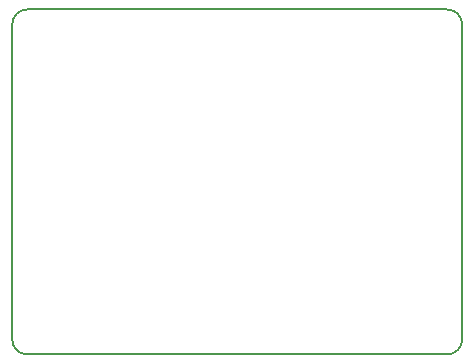
<source format=gbr>
G04 #@! TF.GenerationSoftware,KiCad,Pcbnew,(5.0.2)-1*
G04 #@! TF.CreationDate,2019-10-14T20:22:39-04:00*
G04 #@! TF.ProjectId,TempSensorCircuit,54656d70-5365-46e7-936f-724369726375,rev?*
G04 #@! TF.SameCoordinates,Original*
G04 #@! TF.FileFunction,Profile,NP*
%FSLAX46Y46*%
G04 Gerber Fmt 4.6, Leading zero omitted, Abs format (unit mm)*
G04 Created by KiCad (PCBNEW (5.0.2)-1) date 10/14/2019 8:22:39 PM*
%MOMM*%
%LPD*%
G01*
G04 APERTURE LIST*
%ADD10C,0.150000*%
G04 APERTURE END LIST*
D10*
X137160000Y-63500000D02*
G75*
G02X138430000Y-62230000I1270000J0D01*
G01*
X138430000Y-91440000D02*
G75*
G02X137160000Y-90170000I0J1270000D01*
G01*
X175260000Y-90170000D02*
G75*
G02X173990000Y-91440000I-1270000J0D01*
G01*
X173990000Y-62230000D02*
G75*
G02X175260000Y-63500000I0J-1270000D01*
G01*
X137160000Y-90170000D02*
X137160000Y-63500000D01*
X173990000Y-91440000D02*
X138430000Y-91440000D01*
X175260000Y-63500000D02*
X175260000Y-90170000D01*
X138430000Y-62230000D02*
X173990000Y-62230000D01*
M02*

</source>
